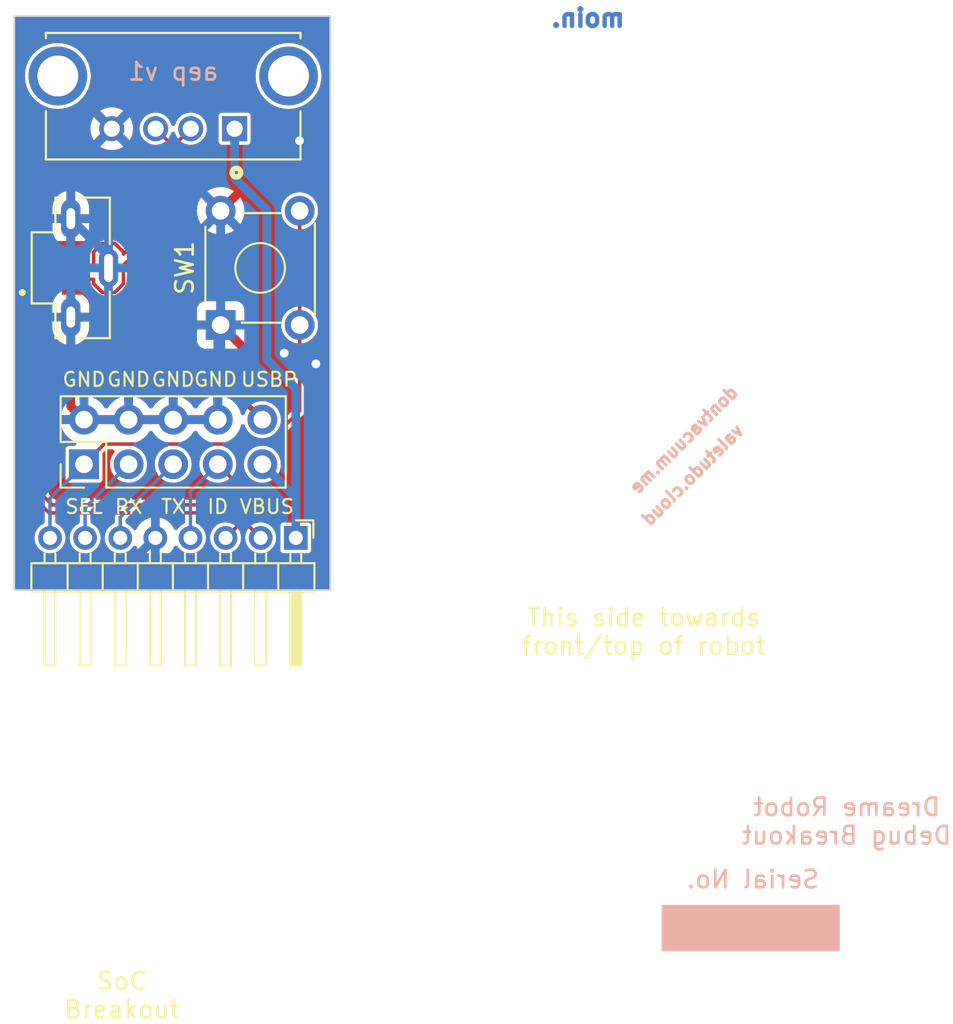
<source format=kicad_pcb>
(kicad_pcb (version 20221018) (generator pcbnew)
  (layers (0 "F.Cu" signal) (31 "B.Cu" signal) (34 "B.Paste" user) (35 "F.Paste" user) (36 "B.SilkS" user "B.Silkscreen") (37 "F.SilkS" user "F.Silkscreen") (38 "B.Mask" user) (39 "F.Mask" user) (44 "Edge.Cuts" user))
  (net 0 "")
  (net 1 "VBUS")
  (net 2 "D-")
  (net 3 "D+")
  (net 4 "SoC_TX")
  (net 5 "SoC_RX")
  (net 6 "Boot_SEL")
  (net 7 "USB_VBUS")
  (net 8 "SoC_USB_OTG_ID")
  (net 9 "SoC_GND")
  (footprint "Connector_PinHeader_2.54mm:PinHeader_2x05_P2.54mm_Vertical" (layer "F.Cu") (at 53.975 66.167 90)
    (fp_text reference "J6" hide)
    (fp_text value "Conn_02x05_Odd_Even")
    (fp_line (start -1.33 -1.33) (end 0 -1.33) (stroke (width 0.12)) (layer "F.SilkS"))
    (fp_line (start -1.33 0) (end -1.33 -1.33) (stroke (width 0.12)) (layer "F.SilkS"))
    (fp_line (start -1.33 1.27) (end -1.33 11.49) (stroke (width 0.12)) (layer "F.SilkS"))
    (fp_line (start -1.33 1.27) (end 1.27 1.27) (stroke (width 0.12)) (layer "F.SilkS"))
    (fp_line (start -1.33 11.49) (end 3.87 11.49) (stroke (width 0.12)) (layer "F.SilkS"))
    (fp_line (start 1.27 -1.33) (end 3.87 -1.33) (stroke (width 0.12)) (layer "F.SilkS"))
    (fp_line (start 1.27 1.27) (end 1.27 -1.33) (stroke (width 0.12)) (layer "F.SilkS"))
    (fp_line (start 3.87 -1.33) (end 3.87 11.49) (stroke (width 0.12)) (layer "F.SilkS"))
    (pad "1" thru_hole rect (at 0 0 90) (size 1.7 1.7) (drill 1) (layers "*.Cu" "*.Mask") (net 6 "Boot_SEL"))
    (pad "2" thru_hole oval (at 2.54 0 90) (size 1.7 1.7) (drill 1) (layers "*.Cu" "*.Mask") (net 9 "SoC_GND"))
    (pad "3" thru_hole oval (at 0 2.54 90) (size 1.7 1.7) (drill 1) (layers "*.Cu" "*.Mask") (net 5 "SoC_RX"))
    (pad "4" thru_hole oval (at 2.54 2.54 90) (size 1.7 1.7) (drill 1) (layers "*.Cu" "*.Mask") (net 9 "SoC_GND"))
    (pad "5" thru_hole oval (at 0 5.08 90) (size 1.7 1.7) (drill 1) (layers "*.Cu" "*.Mask") (net 4 "SoC_TX"))
    (pad "6" thru_hole oval (at 2.54 5.08 90) (size 1.7 1.7) (drill 1) (layers "*.Cu" "*.Mask") (net 9 "SoC_GND"))
    (pad "7" thru_hole oval (at 0 7.62 90) (size 1.7 1.7) (drill 1) (layers "*.Cu" "*.Mask") (net 8 "SoC_USB_OTG_ID"))
    (pad "8" thru_hole oval (at 2.54 7.62 90) (size 1.7 1.7) (drill 1) (layers "*.Cu" "*.Mask") (net 9 "SoC_GND"))
    (pad "9" thru_hole oval (at 0 10.16 90) (size 1.7 1.7) (drill 1) (layers "*.Cu" "*.Mask") (net 1 "VBUS"))
    (pad "10" thru_hole oval (at 2.54 10.16 90) (size 1.7 1.7) (drill 1) (layers "*.Cu" "*.Mask") (net 7 "USB_VBUS"))
  )
  (footprint "Custom:ONSHORE_USB-A1VSB6" (layer "F.Cu") (at 59.055 44.069 180)
    (fp_text reference "J5" hide)
    (fp_text value "OTG_USB" hide)
    (fp_line (start -7.25 -4.75) (end 7.25 -4.75) (stroke (width 0.127)) (layer "F.SilkS"))
    (fp_line (start -7.25 -2) (end -7.25 -4.75) (stroke (width 0.127)) (layer "F.SilkS"))
    (fp_line (start -7.25 2.45) (end -7.25 2.15) (stroke (width 0.127)) (layer "F.SilkS"))
    (fp_line (start 7.25 -4.75) (end 7.25 -2) (stroke (width 0.127)) (layer "F.SilkS"))
    (fp_line (start 7.25 2.15) (end 7.25 2.45) (stroke (width 0.127)) (layer "F.SilkS"))
    (fp_line (start 7.25 2.45) (end -7.25 2.45) (stroke (width 0.127)) (layer "F.SilkS"))
    (fp_circle (center -3.6 -5.5) (end -3.5 -5.5) (stroke (width 0.3)) (fill none) (layer "F.SilkS"))
    (pad "1" thru_hole rect (at -3.5 -3 180) (size 1.428 1.428) (drill 0.92) (layers "*.Cu" "*.Mask") (net 1 "VBUS"))
    (pad "2" thru_hole circle (at -1 -3 180) (size 1.428 1.428) (drill 0.92) (layers "*.Cu" "*.Mask") (net 2 "D-"))
    (pad "3" thru_hole circle (at 1 -3 180) (size 1.428 1.428) (drill 0.92) (layers "*.Cu" "*.Mask") (net 3 "D+"))
    (pad "4" thru_hole circle (at 3.5 -3 180) (size 1.428 1.428) (drill 0.92) (layers "*.Cu" "*.Mask") (net 9 "SoC_GND"))
    (pad "S1" thru_hole circle (at -6.57 0 180) (size 3.346 3.346) (drill 2.33) (layers "*.Cu" "*.Mask"))
    (pad "S2" thru_hole circle (at 6.57 0 180) (size 3.346 3.346) (drill 2.33) (layers "*.Cu" "*.Mask"))
  )
  (footprint "Connector_PinHeader_2.00mm:PinHeader_1x08_P2.00mm_Horizontal" (layer "F.Cu") (at 66.039 70.358 -90)
    (fp_text reference "J1.1" hide)
    (fp_text value "To Robot SoC")
    (fp_line (start -1 -1) (end 0 -1) (stroke (width 0.12)) (layer "F.SilkS"))
    (fp_line (start -1 0) (end -1 -1) (stroke (width 0.12)) (layer "F.SilkS"))
    (fp_line (start 0.882114 1.69) (end 1.44 1.69) (stroke (width 0.12)) (layer "F.SilkS"))
    (fp_line (start 0.882114 2.31) (end 1.44 2.31) (stroke (width 0.12)) (layer "F.SilkS"))
    (fp_line (start 0.882114 3.69) (end 1.44 3.69) (stroke (width 0.12)) (layer "F.SilkS"))
    (fp_line (start 0.882114 4.31) (end 1.44 4.31) (stroke (width 0.12)) (layer "F.SilkS"))
    (fp_line (start 0.882114 5.69) (end 1.44 5.69) (stroke (width 0.12)) (layer "F.SilkS"))
    (fp_line (start 0.882114 6.31) (end 1.44 6.31) (stroke (width 0.12)) (layer "F.SilkS"))
    (fp_line (start 0.882114 7.69) (end 1.44 7.69) (stroke (width 0.12)) (layer "F.SilkS"))
    (fp_line (start 0.882114 8.31) (end 1.44 8.31) (stroke (width 0.12)) (layer "F.SilkS"))
    (fp_line (start 0.882114 9.69) (end 1.44 9.69) (stroke (width 0.12)) (layer "F.SilkS"))
    (fp_line (start 0.882114 10.31) (end 1.44 10.31) (stroke (width 0.12)) (layer "F.SilkS"))
    (fp_line (start 0.882114 11.69) (end 1.44 11.69) (stroke (width 0.12)) (layer "F.SilkS"))
    (fp_line (start 0.882114 12.31) (end 1.44 12.31) (stroke (width 0.12)) (layer "F.SilkS"))
    (fp_line (start 0.882114 13.69) (end 1.44 13.69) (stroke (width 0.12)) (layer "F.SilkS"))
    (fp_line (start 0.882114 14.31) (end 1.44 14.31) (stroke (width 0.12)) (layer "F.SilkS"))
    (fp_line (start 0.935 -0.31) (end 1.44 -0.31) (stroke (width 0.12)) (layer "F.SilkS"))
    (fp_line (start 0.935 0.31) (end 1.44 0.31) (stroke (width 0.12)) (layer "F.SilkS"))
    (fp_line (start 1.44 -1.06) (end 1.44 15.06) (stroke (width 0.12)) (layer "F.SilkS"))
    (fp_line (start 1.44 1) (end 3.06 1) (stroke (width 0.12)) (layer "F.SilkS"))
    (fp_line (start 1.44 3) (end 3.06 3) (stroke (width 0.12)) (layer "F.SilkS"))
    (fp_line (start 1.44 5) (end 3.06 5) (stroke (width 0.12)) (layer "F.SilkS"))
    (fp_line (start 1.44 7) (end 3.06 7) (stroke (width 0.12)) (layer "F.SilkS"))
    (fp_line (start 1.44 9) (end 3.06 9) (stroke (width 0.12)) (layer "F.SilkS"))
    (fp_line (start 1.44 11) (end 3.06 11) (stroke (width 0.12)) (layer "F.SilkS"))
    (fp_line (start 1.44 13) (end 3.06 13) (stroke (width 0.12)) (layer "F.SilkS"))
    (fp_line (start 1.44 15.06) (end 3.06 15.06) (stroke (width 0.12)) (layer "F.SilkS"))
    (fp_line (start 3.06 -1.06) (end 1.44 -1.06) (stroke (width 0.12)) (layer "F.SilkS"))
    (fp_line (start 3.06 -0.31) (end 7.26 -0.31) (stroke (width 0.12)) (layer "F.SilkS"))
    (fp_line (start 3.06 -0.25) (end 7.26 -0.25) (stroke (width 0.12)) (layer "F.SilkS"))
    (fp_line (start 3.06 -0.13) (end 7.26 -0.13) (stroke (width 0.12)) (layer "F.SilkS"))
    (fp_line (start 3.06 -0.01) (end 7.26 -0.01) (stroke (width 0.12)) (layer "F.SilkS"))
    (fp_line (start 3.06 0.11) (end 7.26 0.11) (stroke (width 0.12)) (layer "F.SilkS"))
    (fp_line (start 3.06 0.23) (end 7.26 0.23) (stroke (width 0.12)) (layer "F.SilkS"))
    (fp_line (start 3.06 1.69) (end 7.26 1.69) (stroke (width 0.12)) (layer "F.SilkS"))
    (fp_line (start 3.06 3.69) (end 7.26 3.69) (stroke (width 0.12)) (layer "F.SilkS"))
    (fp_line (start 3.06 5.69) (end 7.26 5.69) (stroke (width 0.12)) (layer "F.SilkS"))
    (fp_line (start 3.06 7.69) (end 7.26 7.69) (stroke (width 0.12)) (layer "F.SilkS"))
    (fp_line (start 3.06 9.69) (end 7.26 9.69) (stroke (width 0.12)) (layer "F.SilkS"))
    (fp_line (start 3.06 11.69) (end 7.26 11.69) (stroke (width 0.12)) (layer "F.SilkS"))
    (fp_line (start 3.06 13.69) (end 7.26 13.69) (stroke (width 0.12)) (layer "F.SilkS"))
    (fp_line (start 3.06 15.06) (end 3.06 -1.06) (stroke (width 0.12)) (layer "F.SilkS"))
    (fp_line (start 7.26 -0.31) (end 7.26 0.31) (stroke (width 0.12)) (layer "F.SilkS"))
    (fp_line (start 7.26 0.31) (end 3.06 0.31) (stroke (width 0.12)) (layer "F.SilkS"))
    (fp_line (start 7.26 1.69) (end 7.26 2.31) (stroke (width 0.12)) (layer "F.SilkS"))
    (fp_line (start 7.26 2.31) (end 3.06 2.31) (stroke (width 0.12)) (layer "F.SilkS"))
    (fp_line (start 7.26 3.69) (end 7.26 4.31) (stroke (width 0.12)) (layer "F.SilkS"))
    (fp_line (start 7.26 4.31) (end 3.06 4.31) (stroke (width 0.12)) (layer "F.SilkS"))
    (fp_line (start 7.26 5.69) (end 7.26 6.31) (stroke (width 0.12)) (layer "F.SilkS"))
    (fp_line (start 7.26 6.31) (end 3.06 6.31) (stroke (width 0.12)) (layer "F.SilkS"))
    (fp_line (start 7.26 7.69) (end 7.26 8.31) (stroke (width 0.12)) (layer "F.SilkS"))
    (fp_line (start 7.26 8.31) (end 3.06 8.31) (stroke (width 0.12)) (layer "F.SilkS"))
    (fp_line (start 7.26 9.69) (end 7.26 10.31) (stroke (width 0.12)) (layer "F.SilkS"))
    (fp_line (start 7.26 10.31) (end 3.06 10.31) (stroke (width 0.12)) (layer "F.SilkS"))
    (fp_line (start 7.26 11.69) (end 7.26 12.31) (stroke (width 0.12)) (layer "F.SilkS"))
    (fp_line (start 7.26 12.31) (end 3.06 12.31) (stroke (width 0.12)) (layer "F.SilkS"))
    (fp_line (start 7.26 13.69) (end 7.26 14.31) (stroke (width 0.12)) (layer "F.SilkS"))
    (fp_line (start 7.26 14.31) (end 3.06 14.31) (stroke (width 0.12)) (layer "F.SilkS"))
    (pad "1" thru_hole rect (at 0 0 270) (size 1.35 1.35) (drill 0.8) (layers "*.Cu" "*.Mask") (net 1 "VBUS"))
    (pad "2" thru_hole oval (at 0 2 270) (size 1.35 1.35) (drill 0.8) (layers "*.Cu" "*.Mask") (net 2 "D-"))
    (pad "3" thru_hole oval (at 0 4 270) (size 1.35 1.35) (drill 0.8) (layers "*.Cu" "*.Mask") (net 3 "D+"))
    (pad "4" thru_hole oval (at 0 6 270) (size 1.35 1.35) (drill 0.8) (layers "*.Cu" "*.Mask") (net 8 "SoC_USB_OTG_ID"))
    (pad "5" thru_hole oval (at 0 8 270) (size 1.35 1.35) (drill 0.8) (layers "*.Cu" "*.Mask") (net 9 "SoC_GND"))
    (pad "6" thru_hole oval (at 0 10 270) (size 1.35 1.35) (drill 0.8) (layers "*.Cu" "*.Mask") (net 4 "SoC_TX"))
    (pad "7" thru_hole oval (at 0 12 270) (size 1.35 1.35) (drill 0.8) (layers "*.Cu" "*.Mask") (net 5 "SoC_RX"))
    (pad "8" thru_hole oval (at 0 14 270) (size 1.35 1.35) (drill 0.8) (layers "*.Cu" "*.Mask") (net 6 "Boot_SEL"))
  )
  (footprint "aep:MOLEX_105133-0011" (layer "F.Cu") (at 53.222 54.991 90)
    (fp_text reference "J2" hide)
    (fp_text value "105133-0011")
    (fp_line (start -4 -0.875) (end -2.025 -0.875) (stroke (width 0.127)) (layer "F.SilkS"))
    (fp_line (start -4 -0.467) (end -4 -0.875) (stroke (width 0.127)) (layer "F.SilkS"))
    (fp_line (start -4 2.225) (end -4 0.477) (stroke (width 0.127)) (layer "F.SilkS"))
    (fp_line (start -2.025 -2.225) (end 2.025 -2.225) (stroke (width 0.127)) (layer "F.SilkS"))
    (fp_line (start -2.025 -0.875) (end -2.025 -2.225) (stroke (width 0.127)) (layer "F.SilkS"))
    (fp_line (start -1.35 2.225) (end -4 2.225) (stroke (width 0.127)) (layer "F.SilkS"))
    (fp_line (start 2.025 -2.225) (end 2.025 -0.875) (stroke (width 0.127)) (layer "F.SilkS"))
    (fp_line (start 2.025 -0.875) (end 4 -0.875) (stroke (width 0.127)) (layer "F.SilkS"))
    (fp_line (start 4 -0.875) (end 4 -0.467) (stroke (width 0.127)) (layer "F.SilkS"))
    (fp_line (start 4 0.477) (end 4 2.225) (stroke (width 0.127)) (layer "F.SilkS"))
    (fp_line (start 4 2.225) (end 1.35 2.225) (stroke (width 0.127)) (layer "F.SilkS"))
    (fp_circle (center -1.403 -2.762) (end -1.303 -2.762) (stroke (width 0.2)) (fill none) (layer "F.SilkS"))
    (pad "1" smd rect (at -1.3 0.25 180) (size 1.5 0.45) (layers "F.Cu" "F.Paste" "F.Mask") (net 7 "USB_VBUS"))
    (pad "2" smd rect (at -0.65 0.25 180) (size 1.5 0.45) (layers "F.Cu" "F.Paste" "F.Mask") (net 2 "D-"))
    (pad "3" smd rect (at 0 0.25 180) (size 1.5 0.45) (layers "F.Cu" "F.Paste" "F.Mask") (net 3 "D+"))
    (pad "4" smd rect (at 0.65 0.25 180) (size 1.5 0.45) (layers "F.Cu" "F.Paste" "F.Mask") (net 8 "SoC_USB_OTG_ID"))
    (pad "5" smd rect (at 1.3 0.25 180) (size 1.5 0.45) (layers "F.Cu" "F.Paste" "F.Mask") (net 9 "SoC_GND"))
    (pad "S1" thru_hole oval (at -2.8 0 90) (size 2.2 1.1) (drill oval 1.2 0.5) (layers "*.Cu" "*.Mask") (net 9 "SoC_GND"))
    (pad "S2" thru_hole oval (at 2.8 0 90) (size 2.2 1.1) (drill oval 1.2 0.5) (layers "*.Cu" "*.Mask") (net 9 "SoC_GND"))
    (pad "S3" thru_hole oval (at 0 2.15 90) (size 2.2 1.1) (drill oval 1.6 0.5) (layers "*.Cu" "*.Mask") (net 9 "SoC_GND"))
  )
  (footprint "Button_Switch_THT:SW_TH_Tactile_Omron_B3F-10xx" (layer "F.Cu") (at 61.758 58.241 90)
    (fp_text reference "SW1" (at 3.25 -2.05 90) (layer "F.SilkS"))
    (fp_text value "SoC_Boot_SEL_BTN")
    (fp_line (start 0.13 3.4) (end 0.13 1.2) (stroke (width 0.12)) (layer "F.SilkS"))
    (fp_line (start 0.6 5.37) (end 5.8 5.37) (stroke (width 0.12)) (layer "F.SilkS"))
    (fp_line (start 1.2 -0.87) (end 5.6 -0.87) (stroke (width 0.12)) (layer "F.SilkS"))
    (fp_line (start 6.37 1.2) (end 6.37 3.4) (stroke (width 0.12)) (layer "F.SilkS"))
    (fp_circle (center 3.25 2.25) (end 4.25 3.25) (stroke (width 0.12)) (fill none) (layer "F.SilkS"))
    (pad "1" thru_hole rect (at 0 0 90) (size 1.7 1.7) (drill 1) (layers "*.Cu" "*.Mask") (net 9 "SoC_GND"))
    (pad "1" thru_hole circle (at 6.5 0 90) (size 1.7 1.7) (drill 1) (layers "*.Cu" "*.Mask") (net 9 "SoC_GND"))
    (pad "2" thru_hole circle (at 0 4.5 90) (size 1.7 1.7) (drill 1) (layers "*.Cu" "*.Mask") (net 6 "Boot_SEL"))
    (pad "2" thru_hole circle (at 6.5 4.5 90) (size 1.7 1.7) (drill 1) (layers "*.Cu" "*.Mask") (net 6 "Boot_SEL"))
  )
  (gr_rect (start 86.948 91.313) (end 96.948 93.813) (stroke (width 0.15)) (fill solid) (layer "B.SilkS"))
  (gr_rect (start 50 40.655) (end 68 73.326) (stroke (width 0.1)) (fill none) (layer "Edge.Cuts"))
  (gr_text "moin." (at 82.677 40.767) (layer "B.Cu") (effects (font (size 1 1) (thickness 0.25)) (justify mirror)))
  (gr_text "Dreame Robot\nDebug Breakout" (at 97.409 86.487) (layer "B.SilkS") (effects (font (size 1 1)) (justify mirror)))
  (gr_text "dontvacuum.me" (at 88.138 64.77 45) (layer "B.SilkS") (effects (font (size 0.7 0.7) (thickness 0.175)) (justify mirror)))
  (gr_text "valetudo.cloud" (at 88.638 66.77 45) (layer "B.SilkS") (effects (font (size 0.7 0.7) (thickness 0.175)) (justify mirror)))
  (gr_text "Serial No." (at 92.075 89.789) (layer "B.SilkS") (effects (font (size 1 1)) (justify mirror)))
  (gr_text "aep v1" (at 59.055 43.815) (layer "B.SilkS") (effects (font (size 1 1)) (justify mirror)))
  (gr_text "ID" (at 61.595 68.58) (layer "F.SilkS") (effects (font (size 0.8 0.8) (thickness 0.12))))
  (gr_text "This side towards\nfront/top of robot" (at 85.852 75.692) (layer "F.SilkS") (effects (font (size 1 1))))
  (gr_text "VBUS" (at 64.389 68.58) (layer "F.SilkS") (effects (font (size 0.8 0.8) (thickness 0.12))))
  (gr_text "USBP" (at 64.516 61.341) (layer "F.SilkS") (effects (font (size 0.8 0.8) (thickness 0.12))))
  (gr_text "GND" (at 53.975 61.341) (layer "F.SilkS") (effects (font (size 0.8 0.8) (thickness 0.12))))
  (gr_text "TX" (at 59.055 68.58) (layer "F.SilkS") (effects (font (size 0.8 0.8) (thickness 0.12))))
  (gr_text "GND" (at 59.055 61.341) (layer "F.SilkS") (effects (font (size 0.8 0.8) (thickness 0.12))))
  (gr_text "GND" (at 61.468 61.341) (layer "F.SilkS") (effects (font (size 0.8 0.8) (thickness 0.12))))
  (gr_text "RX" (at 56.515 68.58) (layer "F.SilkS") (effects (font (size 0.8 0.8) (thickness 0.12))))
  (gr_text "SEL" (at 53.975 68.58) (layer "F.SilkS") (effects (font (size 0.8 0.8) (thickness 0.12))))
  (gr_text "GND" (at 56.515 61.341) (layer "F.SilkS") (effects (font (size 0.8 0.8) (thickness 0.12))))
  (gr_text "SoC\nBreakout" (at 56.134 96.393) (layer "F.SilkS") (effects (font (size 1 1))))
  (segment (start 66.039 61.848) (end 66.039 68.071) (width 0.5) (layer "B.Cu") (net 1))
  (segment (start 66.039 70.358) (end 66.039 68.071) (width 0.5) (layer "B.Cu") (net 1))
  (segment (start 66.039 68.071) (end 64.135 66.167) (width 0.5) (layer "B.Cu") (net 1))
  (segment (start 64.389 51.710478) (end 64.389 60.198) (width 0.5) (layer "B.Cu") (net 1))
  (segment (start 64.389 60.198) (end 66.039 61.848) (width 0.5) (layer "B.Cu") (net 1))
  (segment (start 62.555 47.069) (end 62.555 49.876478) (width 0.5) (layer "B.Cu") (net 1))
  (segment (start 62.555 49.876478) (end 64.389 51.710478) (width 0.5) (layer "B.Cu") (net 1))
  (segment (start 59.280001 51.782199) (end 59.280001 47.843999) (width 0.2) (layer "F.Cu") (net 2))
  (segment (start 55.019918 56.391) (end 55.724082 56.391) (width 0.2) (layer "F.Cu") (net 2))
  (segment (start 56.222 54.8402) (end 59.280001 51.782199) (width 0.2) (layer "F.Cu") (net 2))
  (segment (start 52.246999 55.541) (end 52.346999 55.641) (width 0.2) (layer "F.Cu") (net 2))
  (segment (start 51.66 56.1002) (end 52.2192 55.541) (width 0.2) (layer "F.Cu") (net 2))
  (segment (start 54.522 55.641) (end 54.522 55.893082) (width 0.2) (layer "F.Cu") (net 2))
  (segment (start 59.280001 47.843999) (end 60.055 47.069) (width 0.2) (layer "F.Cu") (net 2))
  (segment (start 56.222 55.893082) (end 56.222 54.8402) (width 0.2) (layer "F.Cu") (net 2))
  (segment (start 53.472 55.641) (end 54.522 55.641) (width 0.2) (layer "F.Cu") (net 2))
  (segment (start 52.2192 55.541) (end 52.246999 55.541) (width 0.2) (layer "F.Cu") (net 2))
  (segment (start 64.039 70.358) (end 63.264001 69.583001) (width 0.2) (layer "F.Cu") (net 2))
  (segment (start 62.5772 68.482) (end 52.1632 68.482) (width 0.2) (layer "F.Cu") (net 2))
  (segment (start 51.66 67.9788) (end 51.66 56.1002) (width 0.2) (layer "F.Cu") (net 2))
  (segment (start 63.264001 69.168801) (end 62.5772 68.482) (width 0.2) (layer "F.Cu") (net 2))
  (segment (start 55.724082 56.391) (end 56.222 55.893082) (width 0.2) (layer "F.Cu") (net 2))
  (segment (start 52.1632 68.482) (end 51.66 67.9788) (width 0.2) (layer "F.Cu") (net 2))
  (segment (start 54.522 55.893082) (end 55.019918 56.391) (width 0.2) (layer "F.Cu") (net 2))
  (segment (start 52.346999 55.641) (end 53.472 55.641) (width 0.2) (layer "F.Cu") (net 2))
  (segment (start 63.264001 69.583001) (end 63.264001 69.168801) (width 0.2) (layer "F.Cu") (net 2))
  (segment (start 58.829999 51.595801) (end 58.829999 47.843999) (width 0.2) (layer "F.Cu") (net 3))
  (segment (start 55.724082 53.591) (end 56.222 54.088918) (width 0.2) (layer "F.Cu") (net 3))
  (segment (start 62.813999 69.583001) (end 62.813999 69.355199) (width 0.2) (layer "F.Cu") (net 3))
  (segment (start 54.522 54.088918) (end 55.019918 53.591) (width 0.2) (layer "F.Cu") (net 3))
  (segment (start 53.472 54.991) (end 54.522 54.991) (width 0.2) (layer "F.Cu") (net 3))
  (segment (start 51.21 68.1652) (end 51.21 55.9138) (width 0.2) (layer "F.Cu") (net 3))
  (segment (start 54.522 54.991) (end 54.522 54.088918) (width 0.2) (layer "F.Cu") (net 3))
  (segment (start 58.829999 47.843999) (end 58.055 47.069) (width 0.2) (layer "F.Cu") (net 3))
  (segment (start 52.246999 55.091) (end 52.346999 54.991) (width 0.2) (layer "F.Cu") (net 3))
  (segment (start 56.222 54.088918) (end 56.222 54.2038) (width 0.2) (layer "F.Cu") (net 3))
  (segment (start 51.21 55.9138) (end 52.0328 55.091) (width 0.2) (layer "F.Cu") (net 3))
  (segment (start 52.0328 55.091) (end 52.246999 55.091) (width 0.2) (layer "F.Cu") (net 3))
  (segment (start 56.222 54.2038) (end 58.829999 51.595801) (width 0.2) (layer "F.Cu") (net 3))
  (segment (start 62.3908 68.932) (end 51.9768 68.932) (width 0.2) (layer "F.Cu") (net 3))
  (segment (start 52.346999 54.991) (end 53.472 54.991) (width 0.2) (layer "F.Cu") (net 3))
  (segment (start 55.019918 53.591) (end 55.724082 53.591) (width 0.2) (layer "F.Cu") (net 3))
  (segment (start 62.813999 69.355199) (end 62.3908 68.932) (width 0.2) (layer "F.Cu") (net 3))
  (segment (start 51.9768 68.932) (end 51.21 68.1652) (width 0.2) (layer "F.Cu") (net 3))
  (segment (start 62.039 70.358) (end 62.813999 69.583001) (width 0.2) (layer "F.Cu") (net 3))
  (segment (start 56.039 69.183) (end 56.039 70.358) (width 0.2) (layer "B.Cu") (net 4))
  (segment (start 59.055 66.167) (end 56.039 69.183) (width 0.2) (layer "B.Cu") (net 4))
  (segment (start 54.039 68.643) (end 54.039 70.358) (width 0.2) (layer "B.Cu") (net 5))
  (segment (start 56.515 66.167) (end 54.039 68.643) (width 0.2) (layer "B.Cu") (net 5))
  (segment (start 66.258 58.241) (end 66.258 63.130346) (width 0.2) (layer "F.Cu") (net 6))
  (segment (start 64.371346 65.017) (end 55.125 65.017) (width 0.2) (layer "F.Cu") (net 6))
  (segment (start 66.258 51.741) (end 66.258 58.241) (width 0.2) (layer "F.Cu") (net 6))
  (segment (start 55.125 65.017) (end 53.975 66.167) (width 0.2) (layer "F.Cu") (net 6))
  (segment (start 66.258 63.130346) (end 64.371346 65.017) (width 0.2) (layer "F.Cu") (net 6))
  (segment (start 52.039 68.103) (end 52.039 70.358) (width 0.2) (layer "B.Cu") (net 6))
  (segment (start 53.975 66.167) (end 52.039 68.103) (width 0.2) (layer "B.Cu") (net 6))
  (segment (start 54.864 57.277) (end 53.878 56.291) (width 0.3) (layer "F.Cu") (net 7))
  (segment (start 57.785 57.277) (end 54.864 57.277) (width 0.3) (layer "F.Cu") (net 7))
  (segment (start 53.878 56.291) (end 53.472 56.291) (width 0.3) (layer "F.Cu") (net 7))
  (segment (start 64.135 63.627) (end 57.785 57.277) (width 0.3) (layer "F.Cu") (net 7))
  (segment (start 51.583 71.333) (end 50.546 70.296) (width 0.2) (layer "F.Cu") (net 8))
  (segment (start 61.595 66.167) (end 65.014 69.586) (width 0.2) (layer "F.Cu") (net 8))
  (segment (start 65.014 70.761859) (end 64.442859 71.333) (width 0.2) (layer "F.Cu") (net 8))
  (segment (start 50.546 70.296) (end 50.546 55.118) (width 0.2) (layer "F.Cu") (net 8))
  (segment (start 51.323 54.341) (end 53.472 54.341) (width 0.2) (layer "F.Cu") (net 8))
  (segment (start 50.546 55.118) (end 51.323 54.341) (width 0.2) (layer "F.Cu") (net 8))
  (segment (start 64.442859 71.333) (end 51.583 71.333) (width 0.2) (layer "F.Cu") (net 8))
  (segment (start 65.014 69.586) (end 65.014 70.761859) (width 0.2) (layer "F.Cu") (net 8))
  (segment (start 61.595 66.167) (end 60.039 67.723) (width 0.2) (layer "B.Cu") (net 8))
  (segment (start 60.039 67.723) (end 60.039 70.358) (width 0.2) (layer "B.Cu") (net 8))
  (segment (start 63.361102 59.844102) (end 61.758 58.241) (width 0.5) (layer "F.Cu") (net 9))
  (segment (start 53.222 62.874) (end 53.975 63.627) (width 0.5) (layer "F.Cu") (net 9))
  (segment (start 65.377898 59.844102) (end 63.361102 59.844102) (width 0.5) (layer "F.Cu") (net 9))
  (segment (start 53.222 57.791) (end 53.222 62.874) (width 0.5) (layer "F.Cu") (net 9))
  (via (at 66.25 47.75) (size 1) (drill 0.5) (layers "F.Cu" "B.Cu") (net 9))
  (via (at 65.377898 59.844102) (size 1) (drill 0.5) (layers "F.Cu" "B.Cu") (net 9))
  (via (at 67.183 60.452) (size 1) (drill 0.5) (layers "F.Cu" "B.Cu") (net 9))
  (segment (start 56.914 71.483) (end 51.036 71.483) (width 0.5) (layer "B.Cu") (net 9))
  (segment (start 50.8 71.247) (end 50.8 64.135) (width 0.5) (layer "B.Cu") (net 9))
  (segment (start 67.183 71.464) (end 67.183 60.452) (width 0.5) (layer "B.Cu") (net 9))
  (segment (start 67.558 60.077) (end 67.558 49.744) (width 0.5) (layer "B.Cu") (net 9))
  (segment (start 50.8 64.135) (end 51.308 63.627) (width 0.5) (layer "B.Cu") (net 9))
  (segment (start 51.036 71.483) (end 50.8 71.247) (width 0.5) (layer "B.Cu") (net 9))
  (segment (start 51.308 63.627) (end 53.975 63.627) (width 0.5) (layer "B.Cu") (net 9))
  (segment (start 67.558 49.058) (end 66.25 47.75) (width 0.5) (layer "B.Cu") (net 9))
  (segment (start 56.914 71.483) (end 64.534 71.483) (width 0.5) (layer "B.Cu") (net 9))
  (segment (start 61.595 63.627) (end 53.975 63.627) (width 0.5) (layer "B.Cu") (net 9))
  (segment (start 55.372 54.991) (end 55.372 54.341) (width 0.5) (layer "B.Cu") (net 9))
  (segment (start 61.595 63.627) (end 61.595 58.404) (width 0.5) (layer "B.Cu") (net 9))
  (segment (start 64.643 71.374) (end 64.752 71.483) (width 0.5) (layer "B.Cu") (net 9))
  (segment (start 58.039 70.358) (end 56.914 71.483) (width 0.5) (layer "B.Cu") (net 9))
  (segment (start 67.183 60.452) (end 65.985796 60.452) (width 0.5) (layer "B.Cu") (net 9))
  (segment (start 67.164 71.483) (end 67.183 71.464) (width 0.5) (layer "B.Cu") (net 9))
  (segment (start 55.372 54.341) (end 53.222 52.191) (width 0.5) (layer "B.Cu") (net 9))
  (segment (start 64.534 71.483) (end 64.643 71.374) (width 0.5) (layer "B.Cu") (net 9))
  (segment (start 67.558 49.744) (end 67.558 49.058) (width 0.5) (layer "B.Cu") (net 9))
  (segment (start 61.758 51.741) (end 61.758 58.241) (width 0.5) (layer "B.Cu") (net 9))
  (segment (start 53.222 52.191) (end 53.222 57.791) (width 0.5) (layer "B.Cu") (net 9))
  (segment (start 65.985796 60.452) (end 65.377898 59.844102) (width 0.5) (layer "B.Cu") (net 9))
  (segment (start 64.752 71.483) (end 67.164 71.483) (width 0.5) (layer "B.Cu") (net 9))
  (segment (start 61.595 58.404) (end 61.758 58.241) (width 0.5) (layer "B.Cu") (net 9))
  (segment (start 67.183 60.452) (end 67.558 60.077) (width 0.5) (layer "B.Cu") (net 9))
  (zone (net 9) (net_name "SoC_GND") (layers "F&B.Cu") (name "FND") (connect_pads (clearance 0)) (min_thickness 0.25) (fill yes (thermal_gap 0.5) (thermal_bridge_width 0.5))
    (polygon (pts (xy 68 40.65) (xy 68 73.3) (xy 50 73.325) (xy 50 40.65)))
  )
)
</source>
